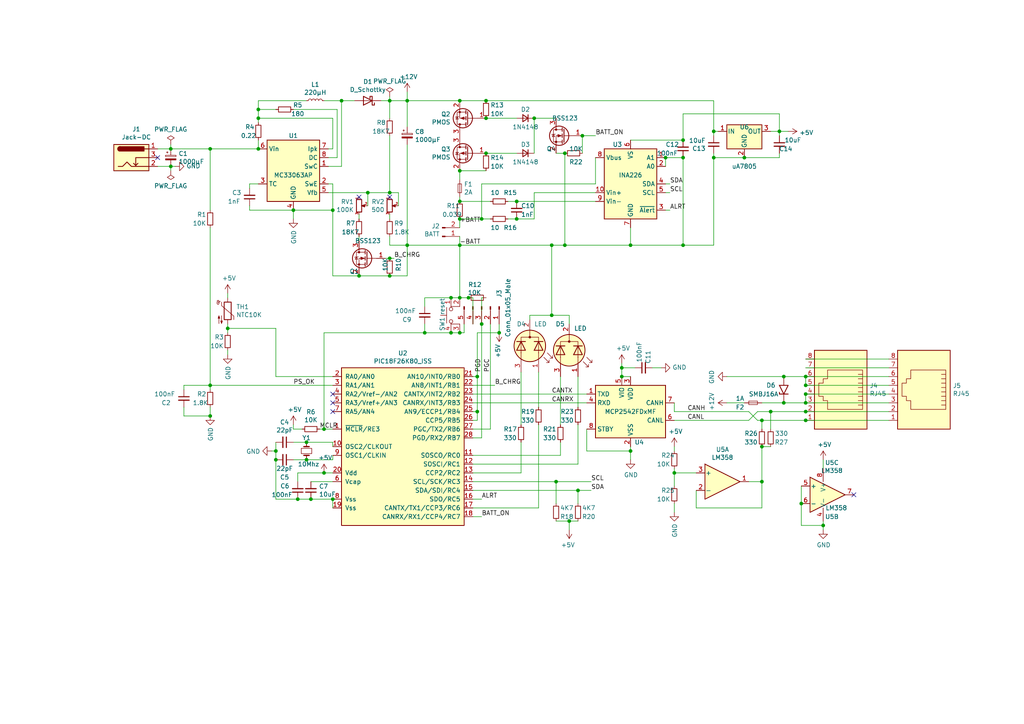
<source format=kicad_sch>
(kicad_sch (version 20211123) (generator eeschema)
  (paper "A4")
  (junction (at 130.81 86.36))
  (junction (at 140.97 34.29))
  (junction (at 198.12 71.12))
  (junction (at 198.12 45.72))
  (junction (at 123.19 96.52))
  (junction (at 154.94 34.29))
  (junction (at 168.91 39.37))
  (junction (at 163.83 71.12))
  (junction (at 233.68 116.84))
  (junction (at 96.52 60.96))
  (junction (at 193.04 45.72))
  (junction (at 49.53 43.18))
  (junction (at 74.93 43.18))
  (junction (at 86.36 144.78))
  (junction (at 207.01 45.72))
  (junction (at 140.97 29.21))
  (junction (at 133.35 96.52))
  (junction (at 198.12 40.64))
  (junction (at 233.68 121.92))
  (junction (at 227.33 109.22))
  (junction (at 180.34 109.22))
  (junction (at 74.93 31.75))
  (junction (at 144.78 96.52))
  (junction (at 60.96 120.65))
  (junction (at 233.68 111.76))
  (junction (at 207.01 38.1))
  (junction (at 90.17 144.78))
  (junction (at 160.02 91.44))
  (junction (at 113.03 55.88))
  (junction (at 133.35 29.21))
  (junction (at 93.98 124.46))
  (junction (at 133.35 63.5))
  (junction (at 88.9 133.35))
  (junction (at 118.11 29.21))
  (junction (at 165.1 151.13))
  (junction (at 139.7 63.5))
  (junction (at 227.33 116.84))
  (junction (at 49.53 48.26))
  (junction (at 133.35 86.36))
  (junction (at 138.43 109.22))
  (junction (at 133.35 58.42))
  (junction (at 106.68 55.88))
  (junction (at 232.41 146.05))
  (junction (at 138.43 119.38))
  (junction (at 195.58 137.16))
  (junction (at 85.09 60.96))
  (junction (at 149.86 63.5))
  (junction (at 182.88 130.81))
  (junction (at 182.88 71.12))
  (junction (at 160.02 71.12))
  (junction (at 215.9 45.72))
  (junction (at 139.7 93.98))
  (junction (at 220.98 129.54))
  (junction (at 80.01 130.81))
  (junction (at 80.01 133.35))
  (junction (at 113.03 29.21))
  (junction (at 130.81 96.52))
  (junction (at 74.93 34.29))
  (junction (at 233.68 119.38))
  (junction (at 180.34 106.68))
  (junction (at 118.11 71.12))
  (junction (at 99.06 29.21))
  (junction (at 220.98 121.92))
  (junction (at 161.29 139.7))
  (junction (at 226.06 38.1))
  (junction (at 149.86 58.42))
  (junction (at 167.64 142.24))
  (junction (at 238.76 152.4))
  (junction (at 133.35 71.12))
  (junction (at 60.96 111.76))
  (junction (at 88.9 128.27))
  (junction (at 93.98 137.16))
  (junction (at 140.97 44.45))
  (junction (at 60.96 43.18))
  (junction (at 233.68 109.22))
  (junction (at 163.83 44.45))
  (junction (at 104.14 80.01))
  (junction (at 223.52 119.38))
  (junction (at 220.98 139.7))
  (junction (at 66.04 95.25))
  (junction (at 96.52 144.78))
  (junction (at 233.68 114.3))
  (junction (at 113.03 80.01))
  (junction (at 133.35 49.53))
  (junction (at 135.89 86.36))
  (junction (at 113.03 74.93))
  (no_connect (at 96.52 116.84))
  (no_connect (at 104.14 57.15))
  (no_connect (at 96.52 114.3))
  (no_connect (at 45.72 45.72))
  (no_connect (at 113.03 57.15))
  (no_connect (at 96.52 119.38))
  (no_connect (at 247.65 143.51))
  (wire (pts (xy 137.16 121.92) (xy 138.43 121.92)))
  (wire (pts (xy 113.03 29.21) (xy 118.11 29.21)))
  (wire (pts (xy 165.1 153.67) (xy 165.1 151.13)))
  (wire (pts (xy 233.68 116.84) (xy 233.68 114.3)))
  (wire (pts (xy 53.34 111.76) (xy 53.34 113.03)))
  (wire (pts (xy 118.11 41.91) (xy 118.11 71.12)))
  (wire (pts (xy 66.04 86.36) (xy 66.04 85.09)))
  (wire (pts (xy 123.19 88.9) (xy 123.19 86.36)))
  (wire (pts (xy 193.04 53.34) (xy 194.31 53.34)))
  (wire (pts (xy 97.79 31.75) (xy 97.79 45.72)))
  (wire (pts (xy 165.1 151.13) (xy 161.29 151.13)))
  (wire (pts (xy 135.89 86.36) (xy 137.16 86.36)))
  (wire (pts (xy 137.16 144.78) (xy 139.7 144.78)))
  (wire (pts (xy 60.96 111.76) (xy 60.96 113.03)))
  (wire (pts (xy 151.13 107.95) (xy 151.13 123.19)))
  (wire (pts (xy 233.68 119.38) (xy 257.81 119.38)))
  (wire (pts (xy 144.78 96.52) (xy 144.78 93.98)))
  (wire (pts (xy 184.15 106.68) (xy 180.34 106.68)))
  (wire (pts (xy 60.96 60.96) (xy 60.96 43.18)))
  (wire (pts (xy 113.03 39.37) (xy 113.03 55.88)))
  (wire (pts (xy 160.02 91.44) (xy 160.02 71.12)))
  (wire (pts (xy 194.31 55.88) (xy 193.04 55.88)))
  (wire (pts (xy 194.31 60.96) (xy 193.04 60.96)))
  (wire (pts (xy 207.01 44.45) (xy 207.01 45.72)))
  (wire (pts (xy 142.24 93.98) (xy 142.24 124.46)))
  (wire (pts (xy 182.88 71.12) (xy 198.12 71.12)))
  (wire (pts (xy 171.45 139.7) (xy 161.29 139.7)))
  (wire (pts (xy 60.96 118.11) (xy 60.96 120.65)))
  (wire (pts (xy 49.53 48.26) (xy 50.8 48.26)))
  (wire (pts (xy 238.76 133.35) (xy 238.76 135.89)))
  (wire (pts (xy 99.06 29.21) (xy 93.98 29.21)))
  (wire (pts (xy 147.32 63.5) (xy 149.86 63.5)))
  (wire (pts (xy 60.96 111.76) (xy 96.52 111.76)))
  (wire (pts (xy 133.35 57.15) (xy 133.35 58.42)))
  (wire (pts (xy 113.03 34.29) (xy 113.03 29.21)))
  (wire (pts (xy 96.52 80.01) (xy 104.14 80.01)))
  (wire (pts (xy 137.16 116.84) (xy 170.18 116.84)))
  (wire (pts (xy 66.04 102.87) (xy 66.04 101.6)))
  (wire (pts (xy 223.52 119.38) (xy 219.71 119.38)))
  (wire (pts (xy 257.81 116.84) (xy 233.68 116.84)))
  (wire (pts (xy 123.19 86.36) (xy 130.81 86.36)))
  (wire (pts (xy 96.52 139.7) (xy 90.17 139.7)))
  (wire (pts (xy 118.11 71.12) (xy 118.11 80.01)))
  (wire (pts (xy 154.94 34.29) (xy 154.94 44.45)))
  (wire (pts (xy 123.19 93.98) (xy 123.19 96.52)))
  (wire (pts (xy 104.14 62.23) (xy 104.14 63.5)))
  (wire (pts (xy 113.03 68.58) (xy 113.03 71.12)))
  (wire (pts (xy 85.09 60.96) (xy 96.52 60.96)))
  (wire (pts (xy 223.52 129.54) (xy 220.98 129.54)))
  (wire (pts (xy 226.06 33.02) (xy 198.12 33.02)))
  (wire (pts (xy 96.52 132.08) (xy 96.52 133.35)))
  (wire (pts (xy 113.03 55.88) (xy 115.57 55.88)))
  (wire (pts (xy 167.64 134.62) (xy 137.16 134.62)))
  (wire (pts (xy 74.93 40.64) (xy 74.93 43.18)))
  (wire (pts (xy 220.98 139.7) (xy 220.98 147.32)))
  (wire (pts (xy 142.24 63.5) (xy 139.7 63.5)))
  (wire (pts (xy 156.21 123.19) (xy 156.21 147.32)))
  (wire (pts (xy 113.03 74.93) (xy 114.3 74.93)))
  (wire (pts (xy 167.64 146.05) (xy 167.64 142.24)))
  (wire (pts (xy 195.58 119.38) (xy 195.58 116.84)))
  (wire (pts (xy 96.52 60.96) (xy 96.52 53.34)))
  (wire (pts (xy 95.25 43.18) (xy 96.52 43.18)))
  (wire (pts (xy 140.97 49.53) (xy 133.35 49.53)))
  (wire (pts (xy 233.68 114.3) (xy 257.81 114.3)))
  (wire (pts (xy 86.36 137.16) (xy 86.36 139.7)))
  (wire (pts (xy 138.43 109.22) (xy 138.43 96.52)))
  (wire (pts (xy 60.96 111.76) (xy 53.34 111.76)))
  (wire (pts (xy 130.81 96.52) (xy 133.35 96.52)))
  (wire (pts (xy 80.01 130.81) (xy 80.01 128.27)))
  (wire (pts (xy 167.64 123.19) (xy 167.64 134.62)))
  (wire (pts (xy 207.01 45.72) (xy 215.9 45.72)))
  (wire (pts (xy 49.53 43.18) (xy 60.96 43.18)))
  (wire (pts (xy 93.98 124.46) (xy 92.71 124.46)))
  (wire (pts (xy 232.41 146.05) (xy 232.41 152.4)))
  (wire (pts (xy 80.01 130.81) (xy 78.74 130.81)))
  (wire (pts (xy 210.82 109.22) (xy 227.33 109.22)))
  (wire (pts (xy 49.53 41.91) (xy 49.53 43.18)))
  (wire (pts (xy 233.68 121.92) (xy 220.98 121.92)))
  (wire (pts (xy 233.68 109.22) (xy 227.33 109.22)))
  (wire (pts (xy 85.09 124.46) (xy 85.09 123.19)))
  (wire (pts (xy 74.93 31.75) (xy 80.01 31.75)))
  (wire (pts (xy 161.29 44.45) (xy 163.83 44.45)))
  (wire (pts (xy 110.49 29.21) (xy 113.03 29.21)))
  (wire (pts (xy 226.06 33.02) (xy 226.06 38.1)))
  (wire (pts (xy 74.93 31.75) (xy 74.93 34.29)))
  (wire (pts (xy 139.7 53.34) (xy 172.72 53.34)))
  (wire (pts (xy 201.93 147.32) (xy 220.98 147.32)))
  (wire (pts (xy 220.98 139.7) (xy 217.17 139.7)))
  (wire (pts (xy 49.53 43.18) (xy 45.72 43.18)))
  (wire (pts (xy 233.68 119.38) (xy 223.52 119.38)))
  (wire (pts (xy 220.98 129.54) (xy 220.98 139.7)))
  (wire (pts (xy 96.52 124.46) (xy 93.98 124.46)))
  (wire (pts (xy 118.11 80.01) (xy 113.03 80.01)))
  (wire (pts (xy 74.93 34.29) (xy 74.93 35.56)))
  (wire (pts (xy 130.81 86.36) (xy 133.35 86.36)))
  (wire (pts (xy 86.36 144.78) (xy 80.01 144.78)))
  (wire (pts (xy 133.35 29.21) (xy 140.97 29.21)))
  (wire (pts (xy 96.52 34.29) (xy 74.93 34.29)))
  (wire (pts (xy 137.16 119.38) (xy 138.43 119.38)))
  (wire (pts (xy 97.79 144.78) (xy 96.52 144.78)))
  (wire (pts (xy 156.21 147.32) (xy 137.16 147.32)))
  (wire (pts (xy 140.97 29.21) (xy 207.01 29.21)))
  (wire (pts (xy 223.52 124.46) (xy 223.52 119.38)))
  (wire (pts (xy 257.81 106.68) (xy 233.68 106.68)))
  (wire (pts (xy 106.68 55.88) (xy 113.03 55.88)))
  (wire (pts (xy 151.13 128.27) (xy 151.13 137.16)))
  (wire (pts (xy 140.97 34.29) (xy 149.86 34.29)))
  (wire (pts (xy 238.76 152.4) (xy 238.76 153.67)))
  (wire (pts (xy 189.23 106.68) (xy 191.77 106.68)))
  (wire (pts (xy 88.9 128.27) (xy 96.52 128.27)))
  (wire (pts (xy 233.68 109.22) (xy 257.81 109.22)))
  (wire (pts (xy 99.06 48.26) (xy 95.25 48.26)))
  (wire (pts (xy 198.12 45.72) (xy 198.12 71.12)))
  (wire (pts (xy 193.04 45.72) (xy 198.12 45.72)))
  (wire (pts (xy 180.34 105.41) (xy 180.34 106.68)))
  (wire (pts (xy 161.29 139.7) (xy 137.16 139.7)))
  (wire (pts (xy 147.32 58.42) (xy 149.86 58.42)))
  (wire (pts (xy 156.21 107.95) (xy 156.21 118.11)))
  (wire (pts (xy 133.35 71.12) (xy 160.02 71.12)))
  (wire (pts (xy 96.52 53.34) (xy 95.25 53.34)))
  (wire (pts (xy 180.34 109.22) (xy 182.88 109.22)))
  (wire (pts (xy 96.52 128.27) (xy 96.52 129.54)))
  (wire (pts (xy 168.91 39.37) (xy 172.72 39.37)))
  (wire (pts (xy 162.56 123.19) (xy 162.56 109.22)))
  (wire (pts (xy 45.72 48.26) (xy 49.53 48.26)))
  (wire (pts (xy 137.16 124.46) (xy 142.24 124.46)))
  (wire (pts (xy 139.7 93.98) (xy 139.7 86.36)))
  (wire (pts (xy 118.11 71.12) (xy 113.03 71.12)))
  (wire (pts (xy 134.62 93.98) (xy 134.62 96.52)))
  (wire (pts (xy 138.43 121.92) (xy 138.43 119.38)))
  (wire (pts (xy 227.33 116.84) (xy 220.98 116.84)))
  (wire (pts (xy 80.01 109.22) (xy 96.52 109.22)))
  (wire (pts (xy 168.91 39.37) (xy 168.91 44.45)))
  (wire (pts (xy 226.06 38.1) (xy 226.06 39.37)))
  (wire (pts (xy 137.16 142.24) (xy 167.64 142.24)))
  (wire (pts (xy 97.79 45.72) (xy 95.25 45.72)))
  (wire (pts (xy 207.01 71.12) (xy 207.01 45.72)))
  (wire (pts (xy 195.58 146.05) (xy 195.58 148.59)))
  (wire (pts (xy 172.72 55.88) (xy 154.94 55.88)))
  (wire (pts (xy 219.71 119.38) (xy 217.17 121.92)))
  (wire (pts (xy 133.35 63.5) (xy 133.35 66.04)))
  (wire (pts (xy 228.6 38.1) (xy 226.06 38.1)))
  (wire (pts (xy 118.11 29.21) (xy 118.11 26.67)))
  (wire (pts (xy 226.06 38.1) (xy 223.52 38.1)))
  (wire (pts (xy 135.89 86.36) (xy 133.35 86.36)))
  (wire (pts (xy 66.04 95.25) (xy 66.04 93.98)))
  (wire (pts (xy 170.18 130.81) (xy 182.88 130.81)))
  (wire (pts (xy 182.88 40.64) (xy 198.12 40.64)))
  (wire (pts (xy 217.17 119.38) (xy 195.58 119.38)))
  (wire (pts (xy 96.52 43.18) (xy 96.52 34.29)))
  (wire (pts (xy 195.58 135.89) (xy 195.58 137.16)))
  (wire (pts (xy 167.64 151.13) (xy 165.1 151.13)))
  (wire (pts (xy 123.19 96.52) (xy 130.81 96.52)))
  (wire (pts (xy 154.94 63.5) (xy 149.86 63.5)))
  (wire (pts (xy 115.57 59.69) (xy 115.57 55.88)))
  (wire (pts (xy 154.94 55.88) (xy 154.94 63.5)))
  (wire (pts (xy 104.14 68.58) (xy 104.14 69.85)))
  (wire (pts (xy 133.35 71.12) (xy 133.35 86.36)))
  (wire (pts (xy 220.98 121.92) (xy 219.71 121.92)))
  (wire (pts (xy 233.68 104.14) (xy 257.81 104.14)))
  (wire (pts (xy 167.64 142.24) (xy 171.45 142.24)))
  (wire (pts (xy 201.93 137.16) (xy 195.58 137.16)))
  (wire (pts (xy 198.12 33.02) (xy 198.12 40.64)))
  (wire (pts (xy 95.25 55.88) (xy 106.68 55.88)))
  (wire (pts (xy 85.09 31.75) (xy 97.79 31.75)))
  (wire (pts (xy 80.01 95.25) (xy 66.04 95.25)))
  (wire (pts (xy 74.93 31.75) (xy 74.93 29.21)))
  (wire (pts (xy 165.1 91.44) (xy 160.02 91.44)))
  (wire (pts (xy 93.98 96.52) (xy 123.19 96.52)))
  (wire (pts (xy 139.7 93.98) (xy 139.7 127)))
  (wire (pts (xy 217.17 121.92) (xy 195.58 121.92)))
  (wire (pts (xy 226.06 45.72) (xy 215.9 45.72)))
  (wire (pts (xy 142.24 58.42) (xy 133.35 58.42)))
  (wire (pts (xy 257.81 121.92) (xy 233.68 121.92)))
  (wire (pts (xy 208.28 38.1) (xy 207.01 38.1)))
  (wire (pts (xy 118.11 29.21) (xy 118.11 36.83)))
  (wire (pts (xy 232.41 140.97) (xy 232.41 146.05)))
  (wire (pts (xy 207.01 38.1) (xy 207.01 39.37)))
  (wire (pts (xy 88.9 29.21) (xy 74.93 29.21)))
  (wire (pts (xy 133.35 68.58) (xy 133.35 71.12)))
  (wire (pts (xy 137.16 109.22) (xy 138.43 109.22)))
  (wire (pts (xy 96.52 60.96) (xy 96.52 80.01)))
  (wire (pts (xy 170.18 124.46) (xy 170.18 130.81)))
  (wire (pts (xy 96.52 133.35) (xy 88.9 133.35)))
  (wire (pts (xy 85.09 128.27) (xy 88.9 128.27)))
  (wire (pts (xy 139.7 63.5) (xy 139.7 53.34)))
  (wire (pts (xy 198.12 71.12) (xy 207.01 71.12)))
  (wire (pts (xy 139.7 127) (xy 137.16 127)))
  (wire (pts (xy 227.33 116.84) (xy 233.68 116.84)))
  (wire (pts (xy 138.43 96.52) (xy 144.78 96.52)))
  (wire (pts (xy 88.9 133.35) (xy 85.09 133.35)))
  (wire (pts (xy 207.01 29.21) (xy 207.01 38.1)))
  (wire (pts (xy 238.76 151.13) (xy 238.76 152.4)))
  (wire (pts (xy 139.7 149.86) (xy 137.16 149.86)))
  (wire (pts (xy 193.04 48.26) (xy 193.04 45.72)))
  (wire (pts (xy 220.98 124.46) (xy 220.98 121.92)))
  (wire (pts (xy 113.03 74.93) (xy 111.76 74.93)))
  (wire (pts (xy 195.58 129.54) (xy 195.58 130.81)))
  (wire (pts (xy 160.02 91.44) (xy 153.67 91.44)))
  (wire (pts (xy 182.88 129.54) (xy 182.88 130.81)))
  (wire (pts (xy 99.06 29.21) (xy 102.87 29.21)))
  (wire (pts (xy 201.93 147.32) (xy 201.93 142.24)))
  (wire (pts (xy 215.9 116.84) (xy 210.82 116.84)))
  (wire (pts (xy 149.86 58.42) (xy 172.72 58.42)))
  (wire (pts (xy 226.06 44.45) (xy 226.06 45.72)))
  (wire (pts (xy 66.04 96.52) (xy 66.04 95.25)))
  (wire (pts (xy 87.63 124.46) (xy 85.09 124.46)))
  (wire (pts (xy 60.96 66.04) (xy 60.96 111.76)))
  (wire (pts (xy 113.03 62.23) (xy 113.03 63.5)))
  (wire (pts (xy 93.98 124.46) (xy 93.98 96.52)))
  (wire (pts (xy 137.16 86.36) (xy 137.16 93.98)))
  (wire (pts (xy 162.56 132.08) (xy 137.16 132.08)))
  (wire (pts (xy 139.7 63.5) (xy 133.35 63.5)))
  (wire (pts (xy 195.58 137.16) (xy 195.58 140.97)))
  (wire (pts (xy 139.7 86.36) (xy 140.97 86.36)))
  (wire (pts (xy 137.16 114.3) (xy 170.18 114.3)))
  (wire (pts (xy 72.39 59.69) (xy 72.39 60.96)))
  (wire (pts (xy 163.83 44.45) (xy 163.83 71.12)))
  (wire (pts (xy 80.01 144.78) (xy 80.01 133.35)))
  (wire (pts (xy 96.52 137.16) (xy 93.98 137.16)))
  (wire (pts (xy 80.01 133.35) (xy 80.01 130.81)))
  (wire (pts (xy 80.01 109.22) (xy 80.01 95.25)))
  (wire (pts (xy 160.02 71.12) (xy 163.83 71.12)))
  (wire (pts (xy 99.06 29.21) (xy 99.06 48.26)))
  (wire (pts (xy 153.67 91.44) (xy 153.67 92.71)))
  (wire (pts (xy 138.43 119.38) (xy 138.43 109.22)))
  (wire (pts (xy 137.16 137.16) (xy 151.13 137.16)))
  (wire (pts (xy 180.34 106.68) (xy 180.34 109.22)))
  (wire (pts (xy 172.72 53.34) (xy 172.72 45.72)))
  (wire (pts (xy 167.64 118.11) (xy 167.64 109.22)))
  (wire (pts (xy 161.29 146.05) (xy 161.29 139.7)))
  (wire (pts (xy 133.35 96.52) (xy 134.62 96.52)))
  (wire (pts (xy 113.03 27.94) (xy 113.03 29.21)))
  (wire (pts (xy 118.11 29.21) (xy 133.35 29.21)))
  (wire (pts (xy 140.97 44.45) (xy 149.86 44.45)))
  (wire (pts (xy 74.93 53.34) (xy 72.39 53.34)))
  (wire (pts (xy 143.51 111.76) (xy 137.16 111.76)))
  (wire (pts (xy 219.71 121.92) (xy 217.17 119.38)))
  (wire (pts (xy 118.11 71.12) (xy 133.35 71.12)))
  (wire (pts (xy 106.68 59.69) (xy 106.68 55.88)))
  (wire (pts (xy 163.83 71.12) (xy 182.88 71.12)))
  (wire (pts (xy 257.81 111.76) (xy 233.68 111.76)))
  (wire (pts (xy 90.17 144.78) (xy 86.36 144.78)))
  (wire (pts (xy 93.98 137.16) (xy 86.36 137.16)))
  (wire (pts (xy 182.88 130.81) (xy 182.88 133.35)))
  (wire (pts (xy 96.52 147.32) (xy 96.52 144.78)))
  (wire (pts (xy 53.34 118.11) (xy 53.34 120.65)))
  (wire (pts (xy 162.56 128.27) (xy 162.56 132.08)))
  (wire (pts (xy 113.03 80.01) (xy 104.14 80.01)))
  (wire (pts (xy 72.39 60.96) (xy 85.09 60.96)))
  (wire (pts (xy 96.52 144.78) (xy 90.17 144.78)))
  (wire (pts (xy 154.94 34.29) (xy 161.29 34.29)))
  (wire (pts (xy 85.09 63.5) (xy 85.09 60.96)))
  (wire (pts (xy 182.88 66.04) (xy 182.88 71.12)))
  (wire (pts (xy 49.53 49.53) (xy 49.53 48.26)))
  (wire (pts (xy 72.39 53.34) (xy 72.39 54.61)))
  (wire (pts (xy 53.34 120.65) (xy 60.96 120.65)))
  (wire (pts (xy 232.41 152.4) (xy 238.76 152.4)))
  (wire (pts (xy 233.68 109.22) (xy 233.68 111.76)))
  (wire (pts (xy 165.1 93.98) (xy 165.1 91.44)))
  (wire (pts (xy 133.35 52.07) (xy 133.35 49.53)))
  (wire (pts (xy 60.96 43.18) (xy 74.93 43.18)))
  (label "B_CHRG" (at 114.3 74.93 0))
  (label "B_CHRG" (at 143.51 111.76 0))
  (label "CANL" (at 199.39 121.92 0))
  (label "SCL" (at 171.45 139.7 0))
  (label "BATT_ON" (at 139.7 149.86 0))
  (label "-BATT" (at 133.35 71.12 0))
  (label "SDA" (at 194.31 53.34 0))
  (label "+BATT" (at 133.35 64.77 0))
  (label "ALRT" (at 194.31 60.96 0))
  (label "BATT_ON" (at 172.72 39.37 0))
  (label "SDA" (at 171.45 142.24 0))
  (label "ALRT" (at 139.7 144.78 0))
  (label "PGD" (at 139.7 107.95 90))
  (label "CANH" (at 199.39 119.38 0))
  (label "CANRX" (at 160.02 116.84 0))
  (label "PS_OK" (at 85.09 111.76 0))
  (label "PGC" (at 142.24 107.95 90))
  (label "MCLR" (at 92.71 124.46 0))
  (label "CANTX" (at 160.02 114.3 0))
  (label "SCL" (at 194.31 55.88 0))
  (symbol (lib_id "MCU_Microchip_PIC18:PIC18F26K80_ISS") (at 116.84 129.54 0) (unit 1)
    (property "Reference" "U2" (at 116.84 102.4382 0))
    (property "Value" "PIC18F26K80_ISS" (at 116.84 104.7496 0))
    (property "Footprint" "Package_SO:SOIC-28W_7.5x17.9mm_P1.27mm" (effects hide))
    (property "Datasheet" "http://ww1.microchip.com/downloads/en/DeviceDoc/39977f.pdf" (effects hide))
  )
  (symbol (lib_id "Interface_CAN_LIN:MCP2542FDxMF") (at 182.88 119.38 0) (unit 1)
    (property "Reference" "U4" (at 185.42 128.27 0))
    (property "Value" "MCP2542FDxMF" (at 182.88 119.38 0))
    (property "Footprint" "Package_SO:SOIC-8_3.9x4.9mm_P1.27mm" (effects hide))
    (property "Datasheet" "http://ww1.microchip.com/downloads/en/DeviceDoc/MCP2542FD-4FD-MCP2542WFD-4WFD-Data-Sheet20005514B.pdf" (effects hide))
  )
  (symbol (lib_id "Device:Crystal_Small") (at 88.9 130.81 270) (unit 1)
    (property "Reference" "Y1" (at 87.63 127 90) (effects (justify left)))
    (property "Value" "10Mhz" (at 86.36 134.62 90) (effects (justify left)))
    (property "Footprint" "Crystal:Crystal_HC18-U_Vertical" (effects hide))
  )
  (symbol (lib_id "Device:C_Small") (at 82.55 128.27 270) (unit 1)
    (property "Reference" "C4" (at 82.55 122.4534 90))
    (property "Value" "22pF" (at 82.55 124.7648 90))
    (property "Footprint" "Capacitor_THT:C_Disc_D3.8mm_W2.6mm_P2.50mm" (effects hide))
  )
  (symbol (lib_id "Device:C_Small") (at 82.55 133.35 270) (unit 1)
    (property "Reference" "C5" (at 82.55 138.43 90))
    (property "Value" "22pF" (at 82.55 135.89 90))
    (property "Footprint" "Capacitor_THT:C_Disc_D3.8mm_W2.6mm_P2.50mm" (effects hide))
  )
  (symbol (lib_id "power:GND") (at 78.74 130.81 270) (unit 1)
    (property "Reference" "#PWR05" (effects hide))
    (property "Value" "GND" (at 75.4888 130.937 90) (effects (justify right)))
  )
  (symbol (lib_id "Device:C_Small") (at 90.17 142.24 180) (unit 1)
    (property "Reference" "C7" (at 92.5068 141.0716 0) (effects (justify right)))
    (property "Value" "10uF" (at 92.5068 143.383 0) (effects (justify right)))
    (property "Footprint" "Capacitor_SMD:C_0805_2012Metric_Pad1.18x1.45mm_HandSolder" (effects hide))
  )
  (symbol (lib_id "Device:C_Small") (at 86.36 142.24 180) (unit 1)
    (property "Reference" "C6" (at 81.28 140.97 0) (effects (justify right)))
    (property "Value" "100nF" (at 78.74 143.51 0) (effects (justify right)))
    (property "Footprint" "Capacitor_SMD:C_0805_2012Metric_Pad1.18x1.45mm_HandSolder" (effects hide))
  )
  (symbol (lib_id "power:+5V") (at 93.98 137.16 0) (unit 1)
    (property "Reference" "#PWR08" (effects hide))
    (property "Value" "+5V" (at 94.361 132.7658 0))
  )
  (symbol (lib_id "power:GND") (at 182.88 133.35 0) (unit 1)
    (property "Reference" "#PWR013" (effects hide))
    (property "Value" "GND" (at 183.007 137.7442 0))
  )
  (symbol (lib_id "power:+5V") (at 180.34 105.41 0) (unit 1)
    (property "Reference" "#PWR012" (effects hide))
    (property "Value" "+5V" (at 180.721 101.0158 0))
  )
  (symbol (lib_id "Device:C_Small") (at 186.69 106.68 90) (unit 1)
    (property "Reference" "C11" (at 187.96 101.6 0) (effects (justify right)))
    (property "Value" "100nF" (at 185.42 99.06 0) (effects (justify right)))
    (property "Footprint" "Capacitor_SMD:C_0805_2012Metric_Pad1.18x1.45mm_HandSolder" (effects hide))
  )
  (symbol (lib_id "power:GND") (at 191.77 106.68 90) (unit 1)
    (property "Reference" "#PWR014" (effects hide))
    (property "Value" "GND" (at 195.0212 106.553 90) (effects (justify right)))
  )
  (symbol (lib_id "Amplifier_Operational:LM358") (at 209.55 139.7 0) (unit 1)
    (property "Reference" "U5" (at 209.55 130.3782 0))
    (property "Value" "LM358" (at 209.55 132.6896 0))
    (property "Footprint" "Package_SO:SOIC-8_3.9x4.9mm_P1.27mm" (effects hide))
    (property "Datasheet" "http://www.ti.com/lit/ds/symlink/lm2904-n.pdf" (effects hide))
    (property "P/N" " LM358ADRG4" (effects hide))
  )
  (symbol (lib_id "Connector:RJ45") (at 243.84 114.3 0) (mirror y) (unit 1)
    (property "Reference" "J4" (at 252.222 111.8616 0) (effects (justify right)))
    (property "Value" "RJ45" (at 252.222 114.173 0) (effects (justify right)))
    (property "Footprint" "Connector_RJ:RJ45_Amphenol_54602-x08_Horizontal" (effects hide))
    (property "P/N" "54601-908WPLF" (effects hide))
  )
  (symbol (lib_id "Connector:RJ45") (at 267.97 114.3 0) (mirror y) (unit 1)
    (property "Reference" "J5" (at 276.352 111.8616 0) (effects (justify right)))
    (property "Value" "RJ45" (at 276.352 114.173 0) (effects (justify right)))
    (property "Footprint" "Connector_RJ:RJ45_Amphenol_54602-x08_Horizontal" (effects hide))
    (property "P/N" "54601-908WPLF" (effects hide))
  )
  (symbol (lib_id "Amplifier_Operational:LM358") (at 240.03 143.51 0) (unit 2)
    (property "Reference" "U5" (at 241.3 149.86 0))
    (property "Value" "LM358" (at 242.57 147.32 0))
    (property "Footprint" "Package_SO:SOIC-8_3.9x4.9mm_P1.27mm" (effects hide))
    (property "Datasheet" "http://www.ti.com/lit/ds/symlink/lm2904-n.pdf" (effects hide))
  )
  (symbol (lib_id "Device:LED_Dual_AKA") (at 153.67 100.33 270) (unit 1)
    (property "Reference" "D4" (at 149.86 93.98 90) (effects (justify left)))
    (property "Value" "LED" (at 154.94 93.98 90) (effects (justify left)))
    (property "Footprint" "LED_THT:LED_D3.0mm-3" (effects hide))
    (property "P/N" "MCL039PURGW" (effects hide))
  )
  (symbol (lib_id "Regulator_Linear:uA7805") (at 215.9 38.1 0) (unit 1)
    (property "Reference" "U6" (at 215.9 36.83 0))
    (property "Value" "uA7805" (at 215.9 48.26 0))
    (property "Footprint" "Package_TO_SOT_SMD:SOT-223-3_TabPin2" (effects hide))
    (property "Datasheet" "http://www.ti.com/lit/ds/symlink/ua78.pdf" (effects hide))
  )
  (symbol (lib_id "Device:C_Small") (at 207.01 41.91 0) (unit 1)
    (property "Reference" "C13" (at 204.6732 43.0784 0) (effects (justify right)))
    (property "Value" "10uF" (at 204.6732 40.767 0) (effects (justify right)))
    (property "Footprint" "Capacitor_SMD:C_0805_2012Metric_Pad1.18x1.45mm_HandSolder" (effects hide))
  )
  (symbol (lib_id "Device:C_Small") (at 226.06 41.91 0) (unit 1)
    (property "Reference" "C14" (at 229.87 43.18 0) (effects (justify right)))
    (property "Value" "10uF" (at 232.41 40.64 0) (effects (justify right)))
    (property "Footprint" "Capacitor_SMD:C_0805_2012Metric_Pad1.18x1.45mm_HandSolder" (effects hide))
  )
  (symbol (lib_id "power:+5V") (at 228.6 38.1 270) (unit 1)
    (property "Reference" "#PWR019" (effects hide))
    (property "Value" "+5V" (at 231.8512 38.481 90) (effects (justify left)))
  )
  (symbol (lib_id "Amplifier_Operational:LM358") (at 241.3 143.51 0) (unit 3)
    (property "Reference" "U5" (at 241.3 134.1882 0))
    (property "Value" "LM358" (at 241.3 136.4996 0))
    (property "Footprint" "Package_SO:SOIC-8_3.9x4.9mm_P1.27mm" (effects hide))
    (property "Datasheet" "http://www.ti.com/lit/ds/symlink/lm2904-n.pdf" (effects hide))
  )
  (symbol (lib_id "Diode:1.5KExxA") (at 227.33 113.03 90) (unit 1)
    (property "Reference" "D6" (at 222.25 111.76 90) (effects (justify right)))
    (property "Value" "SMBJ16A" (at 217.17 114.3 90) (effects (justify right)))
    (property "Footprint" "Diode_SMD:D_SMB_Handsoldering" (effects hide))
    (property "Datasheet" "https://www.vishay.com/docs/88301/15ke.pdf" (effects hide))
  )
  (symbol (lib_id "power:+5V") (at 238.76 133.35 0) (unit 1)
    (property "Reference" "#PWR020" (effects hide))
    (property "Value" "+5V" (at 239.141 128.9558 0))
  )
  (symbol (lib_id "power:GND") (at 238.76 153.67 0) (unit 1)
    (property "Reference" "#PWR021" (effects hide))
    (property "Value" "GND" (at 238.887 158.0642 0))
  )
  (symbol (lib_id "Device:Fuse_Small") (at 133.35 54.61 270) (unit 1)
    (property "Reference" "F1" (at 134.5692 53.4416 90) (effects (justify left)))
    (property "Value" "2A" (at 134.5692 55.753 90) (effects (justify left)))
    (property "Footprint" "local:Fuseholder5x20_horiz_SemiClosed_Casing10x22.5mm" (effects hide))
  )
  (symbol (lib_id "power:GND") (at 210.82 109.22 270) (unit 1)
    (property "Reference" "#PWR017" (effects hide))
    (property "Value" "GND" (at 206.4258 109.347 0))
  )
  (symbol (lib_id "power-rescue:R_Small-Device") (at 90.17 124.46 270) (unit 1)
    (property "Reference" "R6" (at 90.17 119.4816 90))
    (property "Value" "10K" (at 90.17 121.793 90))
    (property "Footprint" "Resistor_THT:R_Axial_DIN0207_L6.3mm_D2.5mm_P7.62mm_Horizontal" (effects hide))
  )
  (symbol (lib_id "power:+5V") (at 85.09 123.19 0) (unit 1)
    (property "Reference" "#PWR07" (effects hide))
    (property "Value" "+5V" (at 85.471 118.7958 0))
  )
  (symbol (lib_id "Connector:Conn_01x05_Male") (at 139.7 88.9 270) (unit 1)
    (property "Reference" "J3" (at 144.78 86.36 0) (effects (justify right)))
    (property "Value" "Conn_01x05_Male" (at 147.32 97.79 0) (effects (justify right)))
    (property "Footprint" "Connector_PinHeader_2.54mm:PinHeader_1x05_P2.54mm_Vertical" (effects hide))
  )
  (symbol (lib_id "power:+5V") (at 144.78 96.52 180) (unit 1)
    (property "Reference" "#PWR010" (effects hide))
    (property "Value" "+5V" (at 144.399 99.7712 90) (effects (justify left)))
  )
  (symbol (lib_id "power-rescue:R_Small-Device") (at 138.43 86.36 270) (unit 1)
    (property "Reference" "R12" (at 139.7 82.55 90) (effects (justify right)))
    (property "Value" "10K" (at 139.573 84.8614 90) (effects (justify right)))
    (property "Footprint" "Resistor_THT:R_Axial_DIN0207_L6.3mm_D2.5mm_P7.62mm_Horizontal" (effects hide))
  )
  (symbol (lib_id "Regulator_Switching:MC33063AP") (at 85.09 48.26 0) (unit 1)
    (property "Reference" "U1" (at 85.09 39.37 0))
    (property "Value" "MC33063AP" (at 85.09 50.8 0))
    (property "Footprint" "Package_DIP:DIP-8_W7.62mm" (effects hide))
    (property "Datasheet" "http://www.onsemi.com/pub_link/Collateral/MC34063A-D.PDF" (effects hide))
  )
  (symbol (lib_id "Connector:Barrel_Jack_Switch") (at 38.1 45.72 0) (unit 1)
    (property "Reference" "J1" (at 39.5478 37.465 0))
    (property "Value" "Jack-DC" (at 39.5478 39.7764 0))
    (property "Footprint" "Connector_BarrelJack:BarrelJack_Wuerth_6941xx301002" (effects hide))
    (property "P/N" "694106301002" (effects hide))
  )
  (symbol (lib_id "power-rescue:CP_Small-Device") (at 49.53 45.72 0) (unit 1)
    (property "Reference" "C1" (at 51.7652 44.5516 0) (effects (justify left)))
    (property "Value" "1000µF" (at 51.7652 46.863 0) (effects (justify left)))
    (property "Footprint" "Capacitor_THT:CP_Radial_D12.5mm_P5.00mm" (effects hide))
    (property "P/N" "25YXG1000MEFC12.5X20" (effects hide))
  )
  (symbol (lib_id "power-rescue:R_Small-Device") (at 74.93 38.1 180) (unit 1)
    (property "Reference" "R4" (at 71.12 36.83 0) (effects (justify right)))
    (property "Value" "0.22" (at 69.85 39.37 0) (effects (justify right)))
    (property "Footprint" "Resistor_SMD:R_2512_6332Metric_Pad1.40x3.35mm_HandSolder" (effects hide))
    (property "P/N" " ERJ1TRQFR22U" (effects hide))
  )
  (symbol (lib_id "power-rescue:R_Small-Device") (at 82.55 31.75 270) (unit 1)
    (property "Reference" "R5" (at 86.36 30.48 90))
    (property "Value" "180" (at 86.36 33.02 90))
    (property "Footprint" "Resistor_THT:R_Axial_DIN0207_L6.3mm_D2.5mm_P7.62mm_Horizontal" (effects hide))
  )
  (symbol (lib_id "Device:L_Small") (at 91.44 29.21 90) (unit 1)
    (property "Reference" "L1" (at 91.44 24.511 90))
    (property "Value" "220µH" (at 91.44 26.8224 90))
    (property "Footprint" "Inductor_SMD:L_Bourns_SRR1210A" (effects hide))
    (property "P/N" " SRR1210A-221M" (effects hide))
  )
  (symbol (lib_id "power-rescue:R_Small-Device") (at 195.58 133.35 180) (unit 1)
    (property "Reference" "R24" (at 191.77 132.08 0) (effects (justify right)))
    (property "Value" "10K" (at 190.5 134.62 0) (effects (justify right)))
    (property "Footprint" "Resistor_THT:R_Axial_DIN0207_L6.3mm_D2.5mm_P7.62mm_Horizontal" (effects hide))
  )
  (symbol (lib_id "power-rescue:R_Small-Device") (at 195.58 143.51 180) (unit 1)
    (property "Reference" "R25" (at 191.77 142.24 0) (effects (justify right)))
    (property "Value" "10K" (at 190.5 144.78 0) (effects (justify right)))
    (property "Footprint" "Resistor_THT:R_Axial_DIN0207_L6.3mm_D2.5mm_P7.62mm_Horizontal" (effects hide))
  )
  (symbol (lib_id "power:GND") (at 195.58 148.59 0) (unit 1)
    (property "Reference" "#PWR016" (effects hide))
    (property "Value" "GND" (at 195.707 151.8412 90) (effects (justify right)))
  )
  (symbol (lib_id "power:GND") (at 50.8 48.26 90) (unit 1)
    (property "Reference" "#PWR01" (effects hide))
    (property "Value" "GND" (at 54.0512 48.133 90) (effects (justify right)))
  )
  (symbol (lib_id "power:GND") (at 85.09 63.5 0) (unit 1)
    (property "Reference" "#PWR06" (effects hide))
    (property "Value" "GND" (at 85.217 66.7512 90) (effects (justify right)))
  )
  (symbol (lib_id "power:+5V") (at 195.58 129.54 0) (unit 1)
    (property "Reference" "#PWR015" (effects hide))
    (property "Value" "+5V" (at 195.961 125.1458 0))
  )
  (symbol (lib_id "Device:D_Schottky") (at 106.68 29.21 180) (unit 1)
    (property "Reference" "D1" (at 106.68 23.6982 0))
    (property "Value" "D_Schottky" (at 106.68 26.0096 0))
    (property "Footprint" "Diode_SMD:D_SOD-128" (effects hide))
    (property "P/N" "PMEG3050EP" (effects hide))
  )
  (symbol (lib_id "power-rescue:CP_Small-Device") (at 118.11 39.37 0) (unit 1)
    (property "Reference" "C8" (at 120.3452 38.2016 0) (effects (justify left)))
    (property "Value" "1000µF" (at 120.3452 40.513 0) (effects (justify left)))
    (property "Footprint" "Capacitor_THT:CP_Radial_D12.5mm_P5.00mm" (effects hide))
    (property "P/N" "25YXG1000MEFC12.5X20" (effects hide))
  )
  (symbol (lib_id "Device:LED_Dual_AKA") (at 165.1 101.6 270) (unit 1)
    (property "Reference" "D5" (at 163.83 93.98 90) (effects (justify right)))
    (property "Value" "LED" (at 170.18 95.25 90) (effects (justify right)))
    (property "Footprint" "LED_THT:LED_D3.0mm-3" (effects hide))
    (property "P/N" "MCL039PURGW" (effects hide))
  )
  (symbol (lib_id "power-rescue:R_Small-Device") (at 220.98 127 180) (unit 1)
    (property "Reference" "R26" (at 215.9 125.73 0) (effects (justify right)))
    (property "Value" "330" (at 215.9 128.27 0) (effects (justify right)))
    (property "Footprint" "Resistor_THT:R_Axial_DIN0207_L6.3mm_D2.5mm_P7.62mm_Horizontal" (effects hide))
  )
  (symbol (lib_id "power-rescue:R_Small-Device") (at 223.52 127 0) (unit 1)
    (property "Reference" "R27" (at 228.6 128.27 0) (effects (justify right)))
    (property "Value" "330" (at 228.6 125.73 0) (effects (justify right)))
    (property "Footprint" "Resistor_THT:R_Axial_DIN0207_L6.3mm_D2.5mm_P7.62mm_Horizontal" (effects hide))
  )
  (symbol (lib_id "power-rescue:R_Small-Device") (at 113.03 36.83 180) (unit 1)
    (property "Reference" "R8" (at 109.22 35.56 0) (effects (justify right)))
    (property "Value" "18K7" (at 107.95 38.1 0) (effects (justify right)))
    (property "Footprint" "Resistor_THT:R_Axial_DIN0207_L6.3mm_D2.5mm_P7.62mm_Horizontal" (effects hide))
  )
  (symbol (lib_id "power-rescue:R_Small-Device") (at 113.03 66.04 180) (unit 1)
    (property "Reference" "R9" (at 114.3 64.77 0) (effects (justify right)))
    (property "Value" "1.8K" (at 114.3 67.31 0) (effects (justify right)))
    (property "Footprint" "Resistor_THT:R_Axial_DIN0207_L6.3mm_D2.5mm_P7.62mm_Horizontal" (effects hide))
  )
  (symbol (lib_id "power-rescue:Q_PMOS_GSD-Device") (at 135.89 34.29 180) (unit 1)
    (property "Reference" "Q2" (at 130.683 33.1216 0) (effects (justify left)))
    (property "Value" "PMOS" (at 130.683 35.433 0) (effects (justify left)))
    (property "Footprint" "Package_TO_SOT_SMD:SOT-23" (effects hide))
    (property "P/N" " DMG2307L (stock)" (effects hide))
  )
  (symbol (lib_id "Switch:SW_MEC_5E") (at 133.35 91.44 90) (mirror x) (unit 1)
    (property "Reference" "SW1" (at 128.27 93.98 0))
    (property "Value" "reset" (at 128.27 88.9 0))
    (property "Footprint" "te:1825910-7" (effects hide))
    (property "P/N" "FSM4JAH" (effects hide))
  )
  (symbol (lib_id "Device:C_Small") (at 72.39 57.15 180) (unit 1)
    (property "Reference" "C3" (at 67.31 55.88 0) (effects (justify right)))
    (property "Value" "1nF" (at 66.04 58.42 0) (effects (justify right)))
    (property "Footprint" "Capacitor_SMD:C_0805_2012Metric_Pad1.18x1.45mm_HandSolder" (effects hide))
    (property "P/N" " CL21B102KBCNNNC" (effects hide))
  )
  (symbol (lib_id "power-rescue:Q_PMOS_GSD-Device") (at 135.89 44.45 0) (mirror y) (unit 1)
    (property "Reference" "Q3" (at 130.683 43.2816 0) (effects (justify left)))
    (property "Value" "PMOS" (at 130.683 45.593 0) (effects (justify left)))
    (property "Footprint" "Package_TO_SOT_SMD:SOT-23" (effects hide))
    (property "P/N" "DMG2307L (stock)" (effects hide))
  )
  (symbol (lib_id "power-rescue:R_Small-Device") (at 60.96 63.5 180) (unit 1)
    (property "Reference" "R1" (at 57.15 62.23 0) (effects (justify right)))
    (property "Value" "10K" (at 55.88 64.77 0) (effects (justify right)))
    (property "Footprint" "Resistor_THT:R_Axial_DIN0207_L6.3mm_D2.5mm_P7.62mm_Horizontal" (effects hide))
  )
  (symbol (lib_id "power-rescue:R_Small-Device") (at 60.96 115.57 180) (unit 1)
    (property "Reference" "R2" (at 57.15 114.3 0) (effects (justify right)))
    (property "Value" "1.8K" (at 55.88 116.84 0) (effects (justify right)))
    (property "Footprint" "Resistor_THT:R_Axial_DIN0207_L6.3mm_D2.5mm_P7.62mm_Horizontal" (effects hide))
  )
  (symbol (lib_id "power:GND") (at 60.96 120.65 0) (unit 1)
    (property "Reference" "#PWR02" (effects hide))
    (property "Value" "GND" (at 61.087 123.9012 90) (effects (justify right)))
  )
  (symbol (lib_id "Connector:Conn_01x02_Male") (at 128.27 68.58 0) (mirror x) (unit 1)
    (property "Reference" "J2" (at 127.5588 65.5828 0) (effects (justify right)))
    (property "Value" "BATT" (at 127.5588 67.8942 0) (effects (justify right)))
    (property "Footprint" "Connector_Phoenix_MC_HighVoltage:PhoenixContact_MC_1,5_2-G-5.08_1x02_P5.08mm_Horizontal" (effects hide))
  )
  (symbol (lib_id "Analog_ADC:INA226") (at 182.88 53.34 0) (unit 1)
    (property "Reference" "U3" (at 179.07 41.91 0))
    (property "Value" "INA226" (at 182.88 50.8 0))
    (property "Footprint" "Package_SO:VSSOP-10_3x3mm_P0.5mm" (effects hide))
    (property "Datasheet" "http://www.ti.com/lit/ds/symlink/ina226.pdf" (effects hide))
  )
  (symbol (lib_id "power-rescue:R_Small-Device") (at 133.35 60.96 180) (unit 1)
    (property "Reference" "R11" (at 129.54 59.69 0) (effects (justify right)))
    (property "Value" "0.039" (at 128.27 62.23 0) (effects (justify right)))
    (property "Footprint" "Resistor_SMD:R_2512_6332Metric_Pad1.40x3.35mm_HandSolder" (effects hide))
    (property "P/N" " MCLRP12FTDSR039" (effects hide))
  )
  (symbol (lib_id "power:+12V") (at 118.11 26.67 0) (unit 1)
    (property "Reference" "#PWR09" (effects hide))
    (property "Value" "+12V" (at 118.491 22.2758 0))
  )
  (symbol (lib_id "power:+12V") (at 210.82 116.84 90) (unit 1)
    (property "Reference" "#PWR018" (effects hide))
    (property "Value" "+12V" (at 206.4258 116.459 0))
  )
  (symbol (lib_id "Device:Fuse_Small") (at 218.44 116.84 180) (unit 1)
    (property "Reference" "F2" (at 215.9 118.11 0) (effects (justify left)))
    (property "Value" "1A" (at 215.9 115.57 0) (effects (justify left)))
    (property "Footprint" "local:Fuseholder5x20_horiz_SemiClosed_Casing10x22.5mm" (effects hide))
  )
  (symbol (lib_id "power-rescue:R_Small-Device") (at 144.78 58.42 90) (unit 1)
    (property "Reference" "R15" (at 146.05 55.88 90) (effects (justify right)))
    (property "Value" "10" (at 142.24 55.88 90) (effects (justify right)))
    (property "Footprint" "Resistor_SMD:R_0805_2012Metric_Pad1.20x1.40mm_HandSolder" (effects hide))
  )
  (symbol (lib_id "Device:C_Small") (at 149.86 60.96 180) (unit 1)
    (property "Reference" "C10" (at 151.13 59.69 0) (effects (justify right)))
    (property "Value" "1nF" (at 151.13 62.23 0) (effects (justify right)))
    (property "Footprint" "Capacitor_SMD:C_0805_2012Metric_Pad1.18x1.45mm_HandSolder" (effects hide))
    (property "P/N" " CL21B102KBCNNNC " (effects hide))
  )
  (symbol (lib_id "power-rescue:R_Small-Device") (at 140.97 31.75 180) (unit 1)
    (property "Reference" "R13" (at 142.24 30.48 0) (effects (justify right)))
    (property "Value" "10K" (at 142.24 33.02 0) (effects (justify right)))
    (property "Footprint" "Resistor_SMD:R_1206_3216Metric_Pad1.30x1.75mm_HandSolder" (effects hide))
  )
  (symbol (lib_id "power-rescue:R_Small-Device") (at 144.78 63.5 90) (unit 1)
    (property "Reference" "R16" (at 146.05 66.04 90) (effects (justify right)))
    (property "Value" "10" (at 142.24 66.04 90) (effects (justify right)))
    (property "Footprint" "Resistor_SMD:R_0805_2012Metric_Pad1.20x1.40mm_HandSolder" (effects hide))
  )
  (symbol (lib_id "power-rescue:Q_NMOS_GSD-Device") (at 163.83 39.37 0) (mirror y) (unit 1)
    (property "Reference" "Q4" (at 161.29 43.18 0) (effects (justify left)))
    (property "Value" "BSS123" (at 167.64 34.29 0) (effects (justify left)))
    (property "Footprint" "Package_TO_SOT_SMD:SOT-23" (effects hide))
    (property "P/N" "BSS123 (stock)" (effects hide))
  )
  (symbol (lib_id "power-rescue:R_Small-Device") (at 166.37 44.45 90) (unit 1)
    (property "Reference" "R22" (at 165.1 46.99 90) (effects (justify right)))
    (property "Value" "10K" (at 165.1 43.18 90) (effects (justify right)))
    (property "Footprint" "Resistor_SMD:R_1206_3216Metric_Pad1.30x1.75mm_HandSolder" (effects hide))
  )
  (symbol (lib_id "Device:C_Small") (at 198.12 43.18 180) (unit 1)
    (property "Reference" "C12" (at 193.04 41.91 0) (effects (justify right)))
    (property "Value" "100nF" (at 190.5 44.45 0) (effects (justify right)))
    (property "Footprint" "Capacitor_SMD:C_0805_2012Metric_Pad1.18x1.45mm_HandSolder" (effects hide))
  )
  (symbol (lib_id "Device:C_Small") (at 123.19 91.44 0) (unit 1)
    (property "Reference" "C9" (at 119.38 92.71 0) (effects (justify right)))
    (property "Value" "100nF" (at 120.65 90.17 0) (effects (justify right)))
    (property "Footprint" "Capacitor_SMD:C_0805_2012Metric_Pad1.18x1.45mm_HandSolder" (effects hide))
  )
  (symbol (lib_id "power-rescue:R_POT_Small-Device") (at 113.03 59.69 0) (unit 1)
    (property "Reference" "RV2" (at 111.5314 58.5216 0) (effects (justify right)))
    (property "Value" "500" (at 111.5314 60.833 0) (effects (justify right)))
    (property "Footprint" "Potentiometer_THT:Potentiometer_Bourns_3339S_Horizontal" (effects hide))
    (property "P/N" " 3362W-1-501LF " (effects hide))
  )
  (symbol (lib_id "power:PWR_FLAG") (at 49.53 41.91 0) (unit 1)
    (property "Reference" "#FLG01" (effects hide))
    (property "Value" "PWR_FLAG" (at 49.53 37.5158 0))
  )
  (symbol (lib_id "power-rescue:R_Small-Device") (at 104.14 66.04 180) (unit 1)
    (property "Reference" "R7" (at 100.33 64.77 0) (effects (justify right)))
    (property "Value" "18K7" (at 99.06 67.31 0) (effects (justify right)))
    (property "Footprint" "Resistor_THT:R_Axial_DIN0207_L6.3mm_D2.5mm_P7.62mm_Horizontal" (effects hide))
  )
  (symbol (lib_id "power-rescue:R_POT_Small-Device") (at 104.14 59.69 0) (unit 1)
    (property "Reference" "RV1" (at 102.6414 58.5216 0) (effects (justify right)))
    (property "Value" "100K" (at 102.6414 60.833 0) (effects (justify right)))
    (property "Footprint" "Potentiometer_THT:Potentiometer_Bourns_3339S_Horizontal" (effects hide))
    (property "P/N" "3362W-1-104LF" (effects hide))
  )
  (symbol (lib_id "power-rescue:R_Small-Device") (at 140.97 46.99 180) (unit 1)
    (property "Reference" "R14" (at 142.24 45.72 0) (effects (justify right)))
    (property "Value" "10K" (at 142.24 48.26 0) (effects (justify right)))
    (property "Footprint" "Resistor_SMD:R_1206_3216Metric_Pad1.30x1.75mm_HandSolder" (effects hide))
  )
  (symbol (lib_id "power:PWR_FLAG") (at 113.03 27.94 0) (unit 1)
    (property "Reference" "#FLG03" (effects hide))
    (property "Value" "PWR_FLAG" (at 113.03 23.5458 0))
  )
  (symbol (lib_id "power:PWR_FLAG") (at 49.53 49.53 180) (unit 1)
    (property "Reference" "#FLG02" (effects hide))
    (property "Value" "PWR_FLAG" (at 49.53 53.9242 0))
  )
  (symbol (lib_id "power-rescue:Q_NMOS_GSD-Device") (at 106.68 74.93 0) (mirror y) (unit 1)
    (property "Reference" "Q1" (at 104.14 78.74 0) (effects (justify left)))
    (property "Value" "BSS123" (at 110.49 69.85 0) (effects (justify left)))
    (property "Footprint" "Package_TO_SOT_SMD:SOT-23" (effects hide))
    (property "P/N" "BSS123 (stock)" (effects hide))
  )
  (symbol (lib_id "power-rescue:R_Small-Device") (at 113.03 77.47 180) (unit 1)
    (property "Reference" "R10" (at 115.57 78.74 90) (effects (justify right)))
    (property "Value" "10K" (at 111.76 78.74 90) (effects (justify right)))
    (property "Footprint" "Resistor_SMD:R_1206_3216Metric_Pad1.30x1.75mm_HandSolder" (effects hide))
  )
  (symbol (lib_id "Device:C_Small") (at 53.34 115.57 0) (unit 1)
    (property "Reference" "C2" (at 49.53 116.84 0) (effects (justify right)))
    (property "Value" "100nF" (at 50.8 114.3 0) (effects (justify right)))
    (property "Footprint" "Capacitor_SMD:C_0805_2012Metric_Pad1.18x1.45mm_HandSolder" (effects hide))
  )
  (symbol (lib_id "Device:D_Small") (at 152.4 44.45 180) (unit 1)
    (property "Reference" "D3" (at 152.4 41.91 0))
    (property "Value" "1N4148" (at 152.4 46.99 0))
    (property "Footprint" "Diode_THT:D_DO-35_SOD27_P7.62mm_Horizontal" (effects hide))
    (property "P/N" "1N4148 (stock)" (effects hide))
  )
  (symbol (lib_id "Device:D_Small") (at 152.4 34.29 180) (unit 1)
    (property "Reference" "D2" (at 152.4 31.75 0))
    (property "Value" "1N4148" (at 152.4 36.83 0))
    (property "Footprint" "Diode_THT:D_DO-35_SOD27_P7.62mm_Horizontal" (effects hide))
    (property "P/N" " 1N4148 (stock)" (effects hide))
  )
  (symbol (lib_id "Device:Thermistor_NTC") (at 66.04 90.17 0) (unit 1)
    (property "Reference" "TH1" (at 68.5038 89.0016 0) (effects (justify left)))
    (property "Value" "NTC10K" (at 68.5038 91.313 0) (effects (justify left)))
    (property "Footprint" "Connector_PinHeader_2.54mm:PinHeader_1x02_P2.54mm_Vertical" (effects hide))
    (property "P/N" "ND06P00103K" (effects hide))
  )
  (symbol (lib_id "power-rescue:R_Small-Device") (at 66.04 99.06 180) (unit 1)
    (property "Reference" "R3" (at 62.23 97.79 0) (effects (justify right)))
    (property "Value" "10K" (at 60.96 100.33 0) (effects (justify right)))
    (property "Footprint" "Resistor_THT:R_Axial_DIN0207_L6.3mm_D2.5mm_P7.62mm_Horizontal" (effects hide))
  )
  (symbol (lib_id "power:+5V") (at 66.04 85.09 0) (unit 1)
    (property "Reference" "#PWR03" (effects hide))
    (property "Value" "+5V" (at 66.421 80.6958 0))
  )
  (symbol (lib_id "power:GND") (at 66.04 102.87 0) (unit 1)
    (property "Reference" "#PWR04" (effects hide))
    (property "Value" "GND" (at 66.167 106.1212 90) (effects (justify right)))
  )
  (symbol (lib_id "power-rescue:R_Small-Device") (at 167.64 148.59 0) (unit 1)
    (property "Reference" "R20" (at 172.72 149.86 0) (effects (justify right)))
    (property "Value" "4K7" (at 172.72 147.32 0) (effects (justify right)))
    (property "Footprint" "Resistor_THT:R_Axial_DIN0207_L6.3mm_D2.5mm_P7.62mm_Horizontal" (effects hide))
  )
  (symbol (lib_id "power-rescue:R_Small-Device") (at 161.29 148.59 0) (unit 1)
    (property "Reference" "R18" (at 166.37 149.86 0) (effects (justify right)))
    (property "Value" "4K7" (at 166.37 147.32 0) (effects (justify right)))
    (property "Footprint" "Resistor_THT:R_Axial_DIN0207_L6.3mm_D2.5mm_P7.62mm_Horizontal" (effects hide))
  )
  (symbol (lib_id "power:+5V") (at 165.1 153.67 180) (unit 1)
    (property "Reference" "#PWR011" (effects hide))
    (property "Value" "+5V" (at 164.719 158.0642 0))
  )
  (symbol (lib_id "power-rescue:R_Small-Device") (at 151.13 125.73 180) (unit 1)
    (property "Reference" "R17" (at 146.05 124.46 0) (effects (justify right)))
    (property "Value" "330" (at 146.05 127 0) (effects (justify right)))
    (property "Footprint" "Resistor_THT:R_Axial_DIN0207_L6.3mm_D2.5mm_P7.62mm_Horizontal" (effects hide))
    (property "P/N" "stock" (effects hide))
  )
  (symbol (lib_id "power-rescue:R_Small-Device") (at 156.21 120.65 180) (unit 1)
    (property "Reference" "R19" (at 151.13 119.38 0) (effects (justify right)))
    (property "Value" "330" (at 151.13 121.92 0) (effects (justify right)))
    (property "Footprint" "Resistor_THT:R_Axial_DIN0207_L6.3mm_D2.5mm_P7.62mm_Horizontal" (effects hide))
    (property "P/N" "stock" (effects hide))
  )
  (symbol (lib_id "power-rescue:R_Small-Device") (at 162.56 125.73 180) (unit 1)
    (property "Reference" "R21" (at 157.48 124.46 0) (effects (justify right)))
    (property "Value" "330" (at 157.48 127 0) (effects (justify right)))
    (property "Footprint" "Resistor_THT:R_Axial_DIN0207_L6.3mm_D2.5mm_P7.62mm_Horizontal" (effects hide))
    (property "P/N" "stock" (effects hide))
  )
  (symbol (lib_id "power-rescue:R_Small-Device") (at 167.64 120.65 180) (unit 1)
    (property "Reference" "R23" (at 162.56 119.38 0) (effects (justify right)))
    (property "Value" "330" (at 162.56 121.92 0) (effects (justify right)))
    (property "Footprint" "Resistor_THT:R_Axial_DIN0207_L6.3mm_D2.5mm_P7.62mm_Horizontal" (effects hide))
    (property "P/N" "stock" (effects hide))
  )
)
</source>
